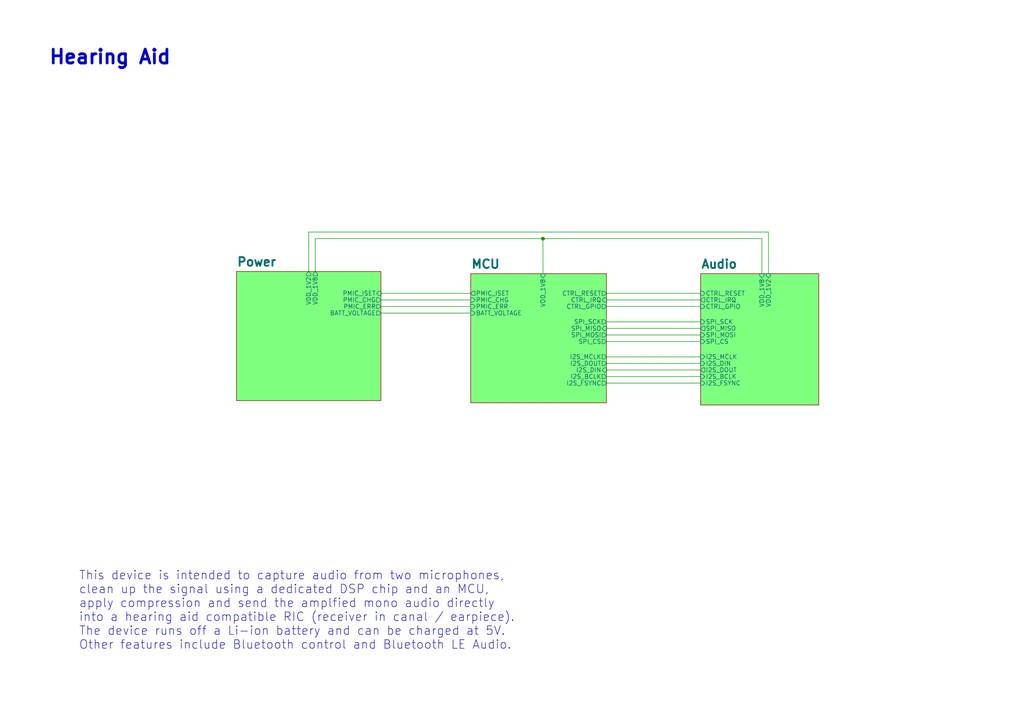
<source format=kicad_sch>
(kicad_sch
	(version 20231120)
	(generator "eeschema")
	(generator_version "8.0")
	(uuid "ed5e461c-f9f3-4239-9e69-f5a6bf03697b")
	(paper "A4")
	(title_block
		(title "Hearing Aid")
		(date "2023-04-01")
		(rev "0.1")
		(company "Yote")
	)
	(lib_symbols)
	(junction
		(at 157.48 69.215)
		(diameter 0)
		(color 0 0 0 0)
		(uuid "4ca3fdd9-fbb5-4bd5-8b92-35ce597f34e1")
	)
	(wire
		(pts
			(xy 175.895 93.345) (xy 203.2 93.345)
		)
		(stroke
			(width 0)
			(type default)
		)
		(uuid "022d534f-b8a5-4772-8789-8c7fb71572b0")
	)
	(wire
		(pts
			(xy 175.895 103.505) (xy 203.2 103.505)
		)
		(stroke
			(width 0)
			(type default)
		)
		(uuid "0ebb9a34-7c53-4ddf-93bc-043a5b1b5cf8")
	)
	(wire
		(pts
			(xy 91.44 78.74) (xy 91.44 69.215)
		)
		(stroke
			(width 0)
			(type default)
		)
		(uuid "226e8cc6-5608-4481-a5b0-8058ad179984")
	)
	(wire
		(pts
			(xy 91.44 69.215) (xy 157.48 69.215)
		)
		(stroke
			(width 0)
			(type default)
		)
		(uuid "28727eaf-7608-4762-95cb-88dbc0e6362d")
	)
	(wire
		(pts
			(xy 110.49 86.995) (xy 136.525 86.995)
		)
		(stroke
			(width 0)
			(type default)
		)
		(uuid "2d9134ef-ff8a-4608-902c-a4844c096555")
	)
	(wire
		(pts
			(xy 175.895 111.125) (xy 203.2 111.125)
		)
		(stroke
			(width 0)
			(type default)
		)
		(uuid "3f9b827d-62c0-4e71-9067-605a5157a4ca")
	)
	(wire
		(pts
			(xy 220.98 79.375) (xy 220.98 69.215)
		)
		(stroke
			(width 0)
			(type default)
		)
		(uuid "46126537-151e-49b4-b571-744d0dbdf785")
	)
	(wire
		(pts
			(xy 110.49 85.09) (xy 136.525 85.09)
		)
		(stroke
			(width 0)
			(type default)
		)
		(uuid "50c5fc81-e409-4918-b232-33270d9d3e80")
	)
	(wire
		(pts
			(xy 175.895 88.9) (xy 203.2 88.9)
		)
		(stroke
			(width 0)
			(type default)
		)
		(uuid "5dc1da7d-6b6b-4e14-a195-7c89948d4845")
	)
	(wire
		(pts
			(xy 175.895 97.155) (xy 203.2 97.155)
		)
		(stroke
			(width 0)
			(type default)
		)
		(uuid "60323d3f-523b-4e8a-8342-31082a1868be")
	)
	(wire
		(pts
			(xy 89.535 67.31) (xy 222.885 67.31)
		)
		(stroke
			(width 0)
			(type default)
		)
		(uuid "6980a211-2ba6-4b58-b6ee-898ffcf3b283")
	)
	(wire
		(pts
			(xy 157.48 69.215) (xy 157.48 79.375)
		)
		(stroke
			(width 0)
			(type default)
		)
		(uuid "734f608f-8ea0-4af1-9bd9-387eb35fcee9")
	)
	(wire
		(pts
			(xy 175.895 85.09) (xy 203.2 85.09)
		)
		(stroke
			(width 0)
			(type default)
		)
		(uuid "76acf14c-d860-4b94-b3c8-51e2a760f9d9")
	)
	(wire
		(pts
			(xy 220.98 69.215) (xy 157.48 69.215)
		)
		(stroke
			(width 0)
			(type default)
		)
		(uuid "7b3cb8c6-3b10-4e4d-9cd7-ac79835cbc37")
	)
	(wire
		(pts
			(xy 110.49 88.9) (xy 136.525 88.9)
		)
		(stroke
			(width 0)
			(type default)
		)
		(uuid "828caf21-05aa-47c3-ad1f-209753f54a96")
	)
	(wire
		(pts
			(xy 175.895 109.22) (xy 203.2 109.22)
		)
		(stroke
			(width 0)
			(type default)
		)
		(uuid "8f91a90f-7652-4118-89fc-aad3d7197a7a")
	)
	(wire
		(pts
			(xy 175.895 105.41) (xy 203.2 105.41)
		)
		(stroke
			(width 0)
			(type default)
		)
		(uuid "9c1e2e40-b972-4e80-ac3e-bb54e7d768c6")
	)
	(wire
		(pts
			(xy 175.895 95.25) (xy 203.2 95.25)
		)
		(stroke
			(width 0)
			(type default)
		)
		(uuid "9ec22e96-181c-4c47-a790-4a647692b16d")
	)
	(wire
		(pts
			(xy 175.895 99.06) (xy 203.2 99.06)
		)
		(stroke
			(width 0)
			(type default)
		)
		(uuid "a9134765-a20f-414b-a5a8-1a7a97485ad4")
	)
	(wire
		(pts
			(xy 89.535 67.31) (xy 89.535 78.74)
		)
		(stroke
			(width 0)
			(type default)
		)
		(uuid "a968516c-b09f-4b27-a9d6-b488c317b5e5")
	)
	(wire
		(pts
			(xy 110.49 90.805) (xy 136.525 90.805)
		)
		(stroke
			(width 0)
			(type default)
		)
		(uuid "aa1dfd28-66e6-4462-87c3-27597c57e8c1")
	)
	(wire
		(pts
			(xy 175.895 86.995) (xy 203.2 86.995)
		)
		(stroke
			(width 0)
			(type default)
		)
		(uuid "c11756d6-f52e-4efa-b1f1-bf74a21658ba")
	)
	(wire
		(pts
			(xy 222.885 79.375) (xy 222.885 67.31)
		)
		(stroke
			(width 0)
			(type default)
		)
		(uuid "cc8f0d83-1530-482b-822f-fd1d4872e0a5")
	)
	(wire
		(pts
			(xy 175.895 107.315) (xy 203.2 107.315)
		)
		(stroke
			(width 0)
			(type default)
		)
		(uuid "fc482c65-80a7-49b8-b11b-fc33db1c7cb2")
	)
	(text "Hearing Aid"
		(exclude_from_sim no)
		(at 13.97 19.05 0)
		(effects
			(font
				(size 4 4)
				(thickness 0.8)
				(bold yes)
			)
			(justify left bottom)
		)
		(uuid "9e2310be-2356-42f3-b783-be90ae8d9584")
	)
	(text "This device is intended to capture audio from two microphones, \nclean up the signal using a dedicated DSP chip and an MCU,\napply compression and send the amplfied mono audio directly \ninto a hearing aid compatible RIC (receiver in canal / earpiece).\nThe device runs off a Li-ion battery and can be charged at 5V.\nOther features include Bluetooth control and Bluetooth LE Audio."
		(exclude_from_sim no)
		(at 22.86 188.595 0)
		(effects
			(font
				(size 2.5 2.5)
			)
			(justify left bottom)
		)
		(uuid "b34ef5ab-7d46-4f46-9116-6573beef5fc9")
	)
	(sheet
		(at 68.58 78.74)
		(size 41.91 37.465)
		(fields_autoplaced yes)
		(stroke
			(width 0.1524)
			(type solid)
		)
		(fill
			(color 0 255 0 0.5000)
		)
		(uuid "881bfc70-6d46-460b-8ac6-089ee5a66939")
		(property "Sheetname" "Power"
			(at 68.58 77.4134 0)
			(effects
				(font
					(size 2.5 2.5)
					(bold yes)
				)
				(justify left bottom)
			)
		)
		(property "Sheetfile" "power.kicad_sch"
			(at 68.58 116.7896 0)
			(effects
				(font
					(size 1.27 1.27)
				)
				(justify left top)
				(hide yes)
			)
		)
		(pin "PMIC_CHG" output
			(at 110.49 86.995 0)
			(effects
				(font
					(size 1.27 1.27)
				)
				(justify right)
			)
			(uuid "10a9e8b0-4fbe-4290-aa3d-63bd03ed6030")
		)
		(pin "PMIC_ISET" input
			(at 110.49 85.09 0)
			(effects
				(font
					(size 1.27 1.27)
				)
				(justify right)
			)
			(uuid "15297dc9-9f5b-4539-b54e-35e98163ce21")
		)
		(pin "PMIC_ERR" output
			(at 110.49 88.9 0)
			(effects
				(font
					(size 1.27 1.27)
				)
				(justify right)
			)
			(uuid "7cb1b556-2e9e-4294-b5c4-9d12a98d98e2")
		)
		(pin "VDD_1V8" output
			(at 91.44 78.74 90)
			(effects
				(font
					(size 1.27 1.27)
				)
				(justify right)
			)
			(uuid "23f5320b-3ce0-4375-b276-27a2b834a1bc")
		)
		(pin "VDD_1V2" output
			(at 89.535 78.74 90)
			(effects
				(font
					(size 1.27 1.27)
				)
				(justify right)
			)
			(uuid "0f1cacae-1a32-4408-a7d9-a682375a47d0")
		)
		(pin "BATT_VOLTAGE" output
			(at 110.49 90.805 0)
			(effects
				(font
					(size 1.27 1.27)
				)
				(justify right)
			)
			(uuid "5f981966-3955-44a4-8715-fd1339a5ea0a")
		)
		(instances
			(project "yote"
				(path "/ed5e461c-f9f3-4239-9e69-f5a6bf03697b"
					(page "4")
				)
			)
		)
	)
	(sheet
		(at 136.525 79.375)
		(size 39.37 37.465)
		(fields_autoplaced yes)
		(stroke
			(width 0.1524)
			(type solid)
		)
		(fill
			(color 0 255 0 0.5000)
		)
		(uuid "9c6b81db-49ed-4598-b18e-f4a73d4ea20c")
		(property "Sheetname" "MCU"
			(at 136.525 78.0484 0)
			(effects
				(font
					(size 2.5 2.5)
					(bold yes)
				)
				(justify left bottom)
			)
		)
		(property "Sheetfile" "mcu.kicad_sch"
			(at 136.525 117.4246 0)
			(effects
				(font
					(size 1.27 1.27)
				)
				(justify left top)
				(hide yes)
			)
		)
		(pin "PMIC_ISET" output
			(at 136.525 85.09 180)
			(effects
				(font
					(size 1.27 1.27)
				)
				(justify left)
			)
			(uuid "73ff0c35-47ac-4ac8-be1c-1fc3a763456d")
		)
		(pin "PMIC_CHG" input
			(at 136.525 86.995 180)
			(effects
				(font
					(size 1.27 1.27)
				)
				(justify left)
			)
			(uuid "6096b63c-b625-4891-a2bb-4bde05eb7dc0")
		)
		(pin "PMIC_ERR" input
			(at 136.525 88.9 180)
			(effects
				(font
					(size 1.27 1.27)
				)
				(justify left)
			)
			(uuid "c59577e7-65ec-4184-8bbf-2c05ad29bf93")
		)
		(pin "VDD_1V8" input
			(at 157.48 79.375 90)
			(effects
				(font
					(size 1.27 1.27)
				)
				(justify right)
			)
			(uuid "56638440-f437-4c60-89eb-272f67afe2d5")
		)
		(pin "SPI_CS" output
			(at 175.895 99.06 0)
			(effects
				(font
					(size 1.27 1.27)
				)
				(justify right)
			)
			(uuid "2ed90cef-747a-42a8-b548-872e3cea318f")
		)
		(pin "CTRL_RESET" output
			(at 175.895 85.09 0)
			(effects
				(font
					(size 1.27 1.27)
				)
				(justify right)
			)
			(uuid "3b263977-838c-402b-9a71-0d49864db262")
		)
		(pin "CTRL_IRQ" input
			(at 175.895 86.995 0)
			(effects
				(font
					(size 1.27 1.27)
				)
				(justify right)
			)
			(uuid "b590d342-88ad-4db0-a150-843a6934b29c")
		)
		(pin "CTRL_GPIO" output
			(at 175.895 88.9 0)
			(effects
				(font
					(size 1.27 1.27)
				)
				(justify right)
			)
			(uuid "58a2befb-6c85-4b4f-87a4-1b571350f26b")
		)
		(pin "I2S_FSYNC" output
			(at 175.895 111.125 0)
			(effects
				(font
					(size 1.27 1.27)
				)
				(justify right)
			)
			(uuid "eddd8f53-9515-4fd9-8863-5ff58aa13fc7")
		)
		(pin "SPI_MISO" input
			(at 175.895 95.25 0)
			(effects
				(font
					(size 1.27 1.27)
				)
				(justify right)
			)
			(uuid "501598e0-7b6b-4b94-abdf-8e7a55d72aa9")
		)
		(pin "SPI_MOSI" output
			(at 175.895 97.155 0)
			(effects
				(font
					(size 1.27 1.27)
				)
				(justify right)
			)
			(uuid "97f268da-01fe-4edd-870e-b04c1566e743")
		)
		(pin "SPI_SCK" output
			(at 175.895 93.345 0)
			(effects
				(font
					(size 1.27 1.27)
				)
				(justify right)
			)
			(uuid "d084a8fb-4fc2-4b13-8d2b-4ab2103ccc5b")
		)
		(pin "I2S_MCLK" output
			(at 175.895 103.505 0)
			(effects
				(font
					(size 1.27 1.27)
				)
				(justify right)
			)
			(uuid "a90ae642-ddd6-4f65-aae3-5dba4ceabfd8")
		)
		(pin "I2S_DOUT" output
			(at 175.895 105.41 0)
			(effects
				(font
					(size 1.27 1.27)
				)
				(justify right)
			)
			(uuid "5aaec06e-ba48-49cd-888a-22b80621b768")
		)
		(pin "I2S_BCLK" output
			(at 175.895 109.22 0)
			(effects
				(font
					(size 1.27 1.27)
				)
				(justify right)
			)
			(uuid "b78a3ebf-5797-4c6b-989a-fcb2fdadfa45")
		)
		(pin "I2S_DIN" input
			(at 175.895 107.315 0)
			(effects
				(font
					(size 1.27 1.27)
				)
				(justify right)
			)
			(uuid "be702b5f-5e6c-43a2-b59e-5fa1a69d979f")
		)
		(pin "BATT_VOLTAGE" input
			(at 136.525 90.805 180)
			(effects
				(font
					(size 1.27 1.27)
				)
				(justify left)
			)
			(uuid "fef53886-202b-4056-b754-a06f00411cdd")
		)
		(instances
			(project "yote"
				(path "/ed5e461c-f9f3-4239-9e69-f5a6bf03697b"
					(page "2")
				)
			)
		)
	)
	(sheet
		(at 203.2 79.375)
		(size 34.29 38.1)
		(fields_autoplaced yes)
		(stroke
			(width 0.1524)
			(type solid)
		)
		(fill
			(color 0 255 0 0.5000)
		)
		(uuid "b2634cf3-dada-41d9-a2ad-c6b7f9da8ee8")
		(property "Sheetname" "Audio"
			(at 203.2 78.0484 0)
			(effects
				(font
					(size 2.5 2.5)
					(bold yes)
				)
				(justify left bottom)
			)
		)
		(property "Sheetfile" "dsp.kicad_sch"
			(at 203.2 118.0596 0)
			(effects
				(font
					(size 1.27 1.27)
				)
				(justify left top)
				(hide yes)
			)
		)
		(pin "CTRL_GPIO" input
			(at 203.2 88.9 180)
			(effects
				(font
					(size 1.27 1.27)
				)
				(justify left)
			)
			(uuid "55da1cb8-1910-4d27-818b-4bb7b774ab9c")
		)
		(pin "SPI_SCK" input
			(at 203.2 93.345 180)
			(effects
				(font
					(size 1.27 1.27)
				)
				(justify left)
			)
			(uuid "8e6091ee-012c-4274-811b-31b27932c0e9")
		)
		(pin "SPI_MOSI" input
			(at 203.2 97.155 180)
			(effects
				(font
					(size 1.27 1.27)
				)
				(justify left)
			)
			(uuid "eea1a732-b1d0-41eb-997d-0154482a6205")
		)
		(pin "SPI_CS" input
			(at 203.2 99.06 180)
			(effects
				(font
					(size 1.27 1.27)
				)
				(justify left)
			)
			(uuid "63f94de6-1ac0-41c9-9c17-8ab431f3810e")
		)
		(pin "SPI_MISO" output
			(at 203.2 95.25 180)
			(effects
				(font
					(size 1.27 1.27)
				)
				(justify left)
			)
			(uuid "897e366b-cfdd-40a9-875d-11a8952087ab")
		)
		(pin "CTRL_IRQ" output
			(at 203.2 86.995 180)
			(effects
				(font
					(size 1.27 1.27)
				)
				(justify left)
			)
			(uuid "162ff0f2-404a-4f49-b10d-a26f7512bd26")
		)
		(pin "I2S_MCLK" input
			(at 203.2 103.505 180)
			(effects
				(font
					(size 1.27 1.27)
				)
				(justify left)
			)
			(uuid "5c961767-546d-4767-84fc-d24693f8b7d9")
		)
		(pin "I2S_FSYNC" input
			(at 203.2 111.125 180)
			(effects
				(font
					(size 1.27 1.27)
				)
				(justify left)
			)
			(uuid "d910c976-5c45-4509-b622-74f15a7d7743")
		)
		(pin "I2S_DOUT" output
			(at 203.2 107.315 180)
			(effects
				(font
					(size 1.27 1.27)
				)
				(justify left)
			)
			(uuid "5a7410c9-d432-4a6f-abdd-51b43bf21022")
		)
		(pin "I2S_BCLK" input
			(at 203.2 109.22 180)
			(effects
				(font
					(size 1.27 1.27)
				)
				(justify left)
			)
			(uuid "6dbc7cb1-3678-4592-a4c3-18711f8572ac")
		)
		(pin "CTRL_RESET" input
			(at 203.2 85.09 180)
			(effects
				(font
					(size 1.27 1.27)
				)
				(justify left)
			)
			(uuid "88e3156b-457c-478b-b24f-f235818a0ce4")
		)
		(pin "I2S_DIN" input
			(at 203.2 105.41 180)
			(effects
				(font
					(size 1.27 1.27)
				)
				(justify left)
			)
			(uuid "0095f422-ee6c-41ad-8c00-235f8af26b92")
		)
		(pin "VDD_1V2" input
			(at 222.885 79.375 90)
			(effects
				(font
					(size 1.27 1.27)
				)
				(justify right)
			)
			(uuid "c54d7944-bca9-465b-aa29-ae40fc8f62bf")
		)
		(pin "VDD_1V8" input
			(at 220.98 79.375 90)
			(effects
				(font
					(size 1.27 1.27)
				)
				(justify right)
			)
			(uuid "16613459-bfb1-4186-acf1-3494194f55c0")
		)
		(instances
			(project "yote"
				(path "/ed5e461c-f9f3-4239-9e69-f5a6bf03697b"
					(page "3")
				)
			)
		)
	)
	(sheet_instances
		(path "/"
			(page "1")
		)
	)
)
</source>
